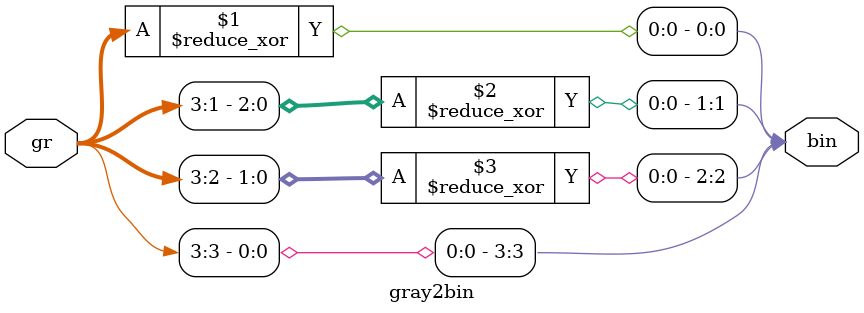
<source format=v>
`timescale 1ns/1ps

module gray2bin #(
    parameter DATA_W = 4
    ) (
    input [DATA_W-1:0] gr,
    output [DATA_W-1:0] bin
    );

    genvar i;

    generate 
        for(i=0;i<DATA_W;i=i+1) begin : gen_bin
            assign bin[i] = ^gr[DATA_W-1:i];
        end
    endgenerate

endmodule


</source>
